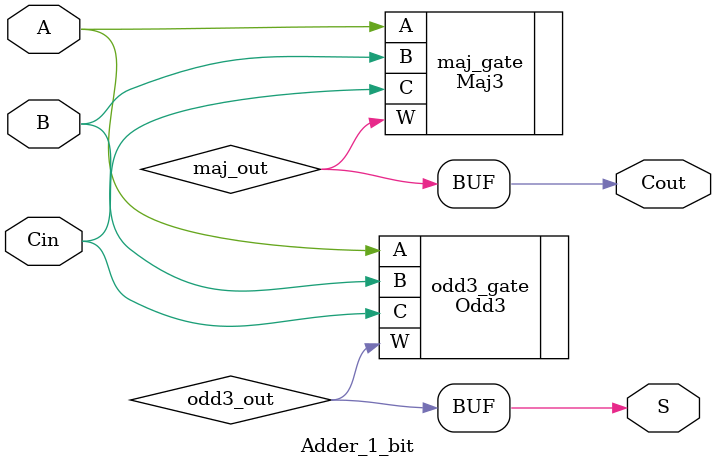
<source format=v>
module Adder_1_bit (
    input wire A, B, Cin,       // Three inputs: A, B, and Cin (carry-in)
    output wire S, Cout         // Outputs: S (sum) and Cout (carry-out)
);

    wire maj_out, odd3_out;     // Internal signals for Majority and Odd3 outputs

    // Majority gate to calculate Cout (majority of A, B, and Cin)
    Maj3 maj_gate (
        .W(maj_out),            // Connect to the output of Majority gate
        .A(A),
        .B(B),
        .C(Cin)
    );

    // Odd3 gate to calculate S (3-input XOR for sum)
    Odd3 odd3_gate (
        .W(odd3_out),           // Connect to the output of Odd3 (3-input XOR)
        .A(A),
        .B(B),
        .C(Cin)
    );

    assign S = odd3_out;        // Sum output
    assign Cout = maj_out;      // Carry-out output

endmodule


</source>
